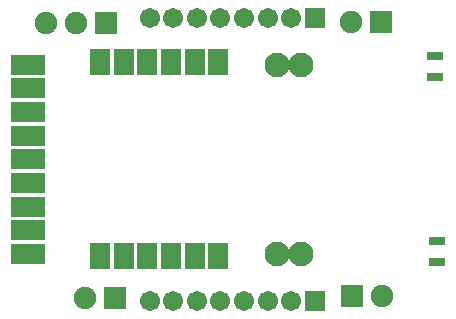
<source format=gts>
G04*
G04 #@! TF.GenerationSoftware,Altium Limited,Altium Designer,21.4.1 (30)*
G04*
G04 Layer_Color=8388736*
%FSLAX44Y44*%
%MOMM*%
G71*
G04*
G04 #@! TF.SameCoordinates,1B399950-D3B7-4EFA-8D0F-ABCAEF693611*
G04*
G04*
G04 #@! TF.FilePolarity,Negative*
G04*
G01*
G75*
%ADD19C,2.1000*%
%ADD20R,1.7000X2.3000*%
%ADD21R,2.9000X1.7000*%
%ADD22R,1.4532X0.8032*%
%ADD23C,1.9032*%
%ADD24R,1.9032X1.9032*%
%ADD25C,1.7032*%
%ADD26R,1.7032X1.7032*%
D19*
X245270Y225020D02*
D03*
X265270D02*
D03*
X245270Y65020D02*
D03*
X265270D02*
D03*
D20*
X95270Y227020D02*
D03*
X195270D02*
D03*
X175270D02*
D03*
X155270D02*
D03*
X135270D02*
D03*
X115270D02*
D03*
X95270Y63020D02*
D03*
X195270D02*
D03*
X175270D02*
D03*
X155270D02*
D03*
X135270D02*
D03*
X115270D02*
D03*
D21*
X34270Y225020D02*
D03*
Y205020D02*
D03*
Y185020D02*
D03*
Y165020D02*
D03*
Y125020D02*
D03*
Y105020D02*
D03*
Y85020D02*
D03*
Y65020D02*
D03*
Y145020D02*
D03*
D22*
X379000Y232750D02*
D03*
Y214750D02*
D03*
X380250Y75750D02*
D03*
Y57750D02*
D03*
D23*
X333750Y29500D02*
D03*
X75270Y260020D02*
D03*
X49870D02*
D03*
X82600Y28000D02*
D03*
X307500Y261500D02*
D03*
D24*
X308350Y29500D02*
D03*
X100670Y260020D02*
D03*
X108000Y28000D02*
D03*
X332900Y261500D02*
D03*
D25*
X137250Y24750D02*
D03*
X157250D02*
D03*
X177250D02*
D03*
X257250D02*
D03*
X237250D02*
D03*
X217250D02*
D03*
X197250D02*
D03*
X137250Y264750D02*
D03*
X157250D02*
D03*
X177250D02*
D03*
X257250D02*
D03*
X237250D02*
D03*
X217250D02*
D03*
X197250D02*
D03*
D26*
X277250Y24750D02*
D03*
Y264750D02*
D03*
M02*

</source>
